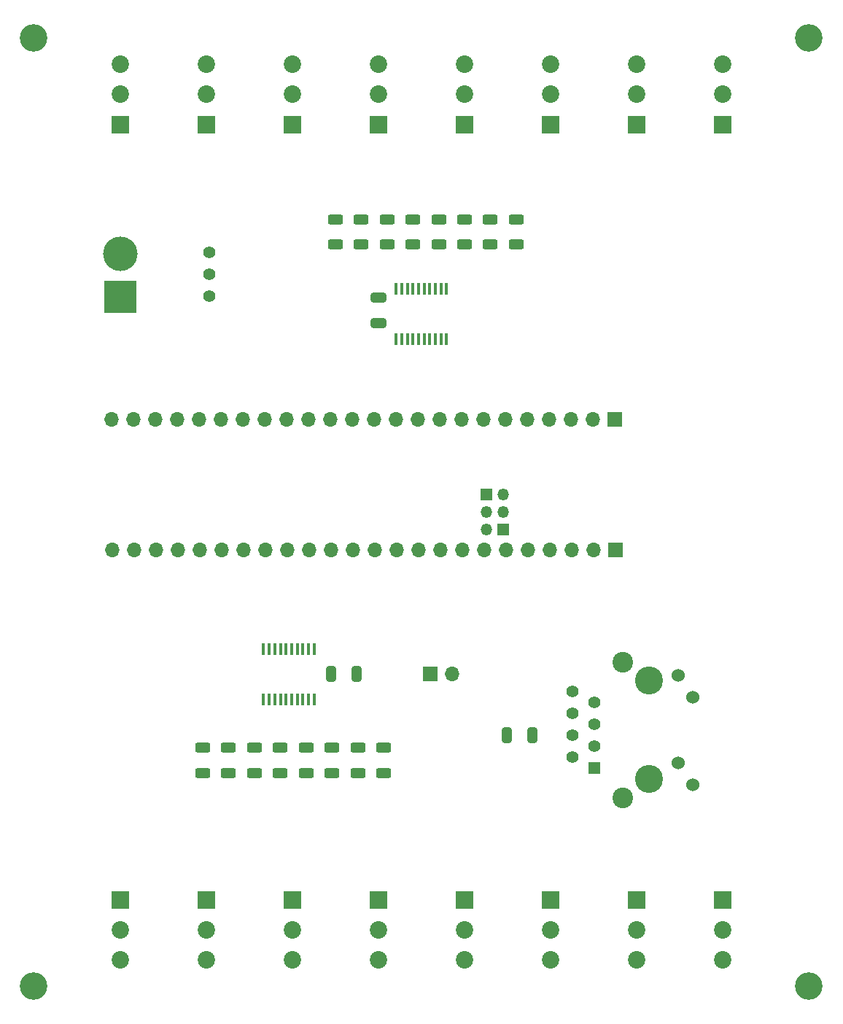
<source format=gbr>
%TF.GenerationSoftware,KiCad,Pcbnew,8.0.2*%
%TF.CreationDate,2024-08-24T20:41:20-05:00*%
%TF.ProjectId,ReceiverBoard,52656365-6976-4657-9242-6f6172642e6b,rev?*%
%TF.SameCoordinates,Original*%
%TF.FileFunction,Soldermask,Top*%
%TF.FilePolarity,Negative*%
%FSLAX46Y46*%
G04 Gerber Fmt 4.6, Leading zero omitted, Abs format (unit mm)*
G04 Created by KiCad (PCBNEW 8.0.2) date 2024-08-24 20:41:20*
%MOMM*%
%LPD*%
G01*
G04 APERTURE LIST*
G04 Aperture macros list*
%AMRoundRect*
0 Rectangle with rounded corners*
0 $1 Rounding radius*
0 $2 $3 $4 $5 $6 $7 $8 $9 X,Y pos of 4 corners*
0 Add a 4 corners polygon primitive as box body*
4,1,4,$2,$3,$4,$5,$6,$7,$8,$9,$2,$3,0*
0 Add four circle primitives for the rounded corners*
1,1,$1+$1,$2,$3*
1,1,$1+$1,$4,$5*
1,1,$1+$1,$6,$7*
1,1,$1+$1,$8,$9*
0 Add four rect primitives between the rounded corners*
20,1,$1+$1,$2,$3,$4,$5,0*
20,1,$1+$1,$4,$5,$6,$7,0*
20,1,$1+$1,$6,$7,$8,$9,0*
20,1,$1+$1,$8,$9,$2,$3,0*%
G04 Aperture macros list end*
%ADD10RoundRect,0.250000X0.625000X-0.312500X0.625000X0.312500X-0.625000X0.312500X-0.625000X-0.312500X0*%
%ADD11C,3.200000*%
%ADD12R,2.025000X2.025000*%
%ADD13C,2.025000*%
%ADD14RoundRect,0.250000X0.325000X0.650000X-0.325000X0.650000X-0.325000X-0.650000X0.325000X-0.650000X0*%
%ADD15RoundRect,0.250000X0.650000X-0.325000X0.650000X0.325000X-0.650000X0.325000X-0.650000X-0.325000X0*%
%ADD16R,1.350000X1.350000*%
%ADD17O,1.350000X1.350000*%
%ADD18R,1.700000X1.700000*%
%ADD19O,1.700000X1.700000*%
%ADD20RoundRect,0.250000X-0.625000X0.312500X-0.625000X-0.312500X0.625000X-0.312500X0.625000X0.312500X0*%
%ADD21R,0.450000X1.475000*%
%ADD22C,1.400000*%
%ADD23R,3.800000X3.800000*%
%ADD24C,4.000000*%
%ADD25C,3.250000*%
%ADD26R,1.400000X1.400000*%
%ADD27C,1.530000*%
%ADD28C,2.400000*%
G04 APERTURE END LIST*
D10*
%TO.C,R6*%
X130000000Y-63962500D03*
X130000000Y-61037500D03*
%TD*%
D11*
%TO.C,H3*%
X80000000Y-150000000D03*
%TD*%
D10*
%TO.C,R1*%
X115000000Y-63962500D03*
X115000000Y-61037500D03*
%TD*%
D12*
%TO.C,J5*%
X160000000Y-50000000D03*
D13*
X160000000Y-46500000D03*
X160000000Y-43000000D03*
%TD*%
D12*
%TO.C,J18*%
X130000000Y-140000000D03*
D13*
X130000000Y-143500000D03*
X130000000Y-147000000D03*
%TD*%
D14*
%TO.C,C2*%
X117475000Y-113800000D03*
X114525000Y-113800000D03*
%TD*%
D15*
%TO.C,C1*%
X120000000Y-73075000D03*
X120000000Y-70125000D03*
%TD*%
D12*
%TO.C,J19*%
X140000000Y-140000000D03*
D13*
X140000000Y-143500000D03*
X140000000Y-147000000D03*
%TD*%
D16*
%TO.C,J4*%
X132500000Y-93000000D03*
D17*
X132500000Y-95000000D03*
X132500000Y-97000000D03*
%TD*%
D18*
%TO.C,JP1*%
X126025000Y-113800000D03*
D19*
X128565000Y-113800000D03*
%TD*%
D12*
%TO.C,J15*%
X100000000Y-140000000D03*
D13*
X100000000Y-143500000D03*
X100000000Y-147000000D03*
%TD*%
D20*
%TO.C,R14*%
X105600000Y-122375000D03*
X105600000Y-125300000D03*
%TD*%
%TO.C,R15*%
X102600000Y-122375000D03*
X102600000Y-125300000D03*
%TD*%
D21*
%TO.C,IC1*%
X122075000Y-74938000D03*
X122725000Y-74938000D03*
X123375000Y-74938000D03*
X124025000Y-74938000D03*
X124675000Y-74938000D03*
X125325000Y-74938000D03*
X125975000Y-74938000D03*
X126625000Y-74938000D03*
X127275000Y-74938000D03*
X127925000Y-74938000D03*
X127925000Y-69062000D03*
X127275000Y-69062000D03*
X126625000Y-69062000D03*
X125975000Y-69062000D03*
X125325000Y-69062000D03*
X124675000Y-69062000D03*
X124025000Y-69062000D03*
X123375000Y-69062000D03*
X122725000Y-69062000D03*
X122075000Y-69062000D03*
%TD*%
D12*
%TO.C,J17*%
X120000000Y-140000000D03*
D13*
X120000000Y-143500000D03*
X120000000Y-147000000D03*
%TD*%
D12*
%TO.C,J11*%
X100000000Y-50000000D03*
D13*
X100000000Y-46500000D03*
X100000000Y-43000000D03*
%TD*%
D12*
%TO.C,J6*%
X150000000Y-50000000D03*
D13*
X150000000Y-46500000D03*
X150000000Y-43000000D03*
%TD*%
D11*
%TO.C,H2*%
X170000000Y-40000000D03*
%TD*%
D20*
%TO.C,R11*%
X114600000Y-122375000D03*
X114600000Y-125300000D03*
%TD*%
D12*
%TO.C,J16*%
X110000000Y-140000000D03*
D13*
X110000000Y-143500000D03*
X110000000Y-147000000D03*
%TD*%
D16*
%TO.C,J3*%
X134500000Y-97000000D03*
D17*
X134500000Y-95000000D03*
X134500000Y-93000000D03*
%TD*%
D10*
%TO.C,R2*%
X118000000Y-63962500D03*
X118000000Y-61037500D03*
%TD*%
D22*
%TO.C,PS1*%
X100375000Y-64870000D03*
X100375000Y-67410000D03*
X100375000Y-69950000D03*
%TD*%
D21*
%TO.C,IC2*%
X112525000Y-110899500D03*
X111875000Y-110899500D03*
X111225000Y-110899500D03*
X110575000Y-110899500D03*
X109925000Y-110899500D03*
X109275000Y-110899500D03*
X108625000Y-110899500D03*
X107975000Y-110899500D03*
X107325000Y-110899500D03*
X106675000Y-110899500D03*
X106675000Y-116775500D03*
X107325000Y-116775500D03*
X107975000Y-116775500D03*
X108625000Y-116775500D03*
X109275000Y-116775500D03*
X109925000Y-116775500D03*
X110575000Y-116775500D03*
X111225000Y-116775500D03*
X111875000Y-116775500D03*
X112525000Y-116775500D03*
%TD*%
D20*
%TO.C,R9*%
X120600000Y-122375000D03*
X120600000Y-125300000D03*
%TD*%
D18*
%TO.C,J1*%
X147465000Y-84200000D03*
D19*
X144925000Y-84200000D03*
X142385000Y-84200000D03*
X139845000Y-84200000D03*
X137305000Y-84200000D03*
X134765000Y-84200000D03*
X132225000Y-84200000D03*
X129685000Y-84200000D03*
X127145000Y-84200000D03*
X124605000Y-84200000D03*
X122065000Y-84200000D03*
X119525000Y-84200000D03*
X116985000Y-84200000D03*
X114445000Y-84200000D03*
X111905000Y-84200000D03*
X109365000Y-84200000D03*
X106825000Y-84200000D03*
X104285000Y-84200000D03*
X101745000Y-84200000D03*
X99205000Y-84200000D03*
X96665000Y-84200000D03*
X94125000Y-84200000D03*
X91585000Y-84200000D03*
X89045000Y-84200000D03*
%TD*%
D23*
%TO.C,J13*%
X90000000Y-70000000D03*
D24*
X90000000Y-65000000D03*
%TD*%
D14*
%TO.C,C3*%
X137875000Y-120900000D03*
X134925000Y-120900000D03*
%TD*%
D11*
%TO.C,H4*%
X170000000Y-150000000D03*
%TD*%
%TO.C,H1*%
X80000000Y-40000000D03*
%TD*%
D20*
%TO.C,R13*%
X108600000Y-122375000D03*
X108600000Y-125300000D03*
%TD*%
D10*
%TO.C,R5*%
X127000000Y-63962500D03*
X127000000Y-61037500D03*
%TD*%
D18*
%TO.C,J2*%
X147500000Y-99400000D03*
D19*
X144960000Y-99400000D03*
X142420000Y-99400000D03*
X139880000Y-99400000D03*
X137340000Y-99400000D03*
X134800000Y-99400000D03*
X132260000Y-99400000D03*
X129720000Y-99400000D03*
X127180000Y-99400000D03*
X124640000Y-99400000D03*
X122100000Y-99400000D03*
X119560000Y-99400000D03*
X117020000Y-99400000D03*
X114480000Y-99400000D03*
X111940000Y-99400000D03*
X109400000Y-99400000D03*
X106860000Y-99400000D03*
X104320000Y-99400000D03*
X101780000Y-99400000D03*
X99240000Y-99400000D03*
X96700000Y-99400000D03*
X94160000Y-99400000D03*
X91620000Y-99400000D03*
X89080000Y-99400000D03*
%TD*%
D25*
%TO.C,J22*%
X151400000Y-126015000D03*
X151400000Y-114585000D03*
D26*
X145050000Y-124745000D03*
D22*
X142510000Y-123475000D03*
X145050000Y-122205000D03*
X142510000Y-120935000D03*
X145050000Y-119665000D03*
X142510000Y-118395000D03*
X145050000Y-117125000D03*
X142510000Y-115855000D03*
D27*
X156480000Y-126625000D03*
X154780000Y-124085000D03*
X156480000Y-116515000D03*
X154780000Y-113975000D03*
D28*
X148350000Y-128175000D03*
X148350000Y-112425000D03*
%TD*%
D12*
%TO.C,J10*%
X110000000Y-50000000D03*
D13*
X110000000Y-46500000D03*
X110000000Y-43000000D03*
%TD*%
D10*
%TO.C,R8*%
X136000000Y-63962500D03*
X136000000Y-61037500D03*
%TD*%
D12*
%TO.C,J7*%
X140000000Y-50000000D03*
D13*
X140000000Y-46500000D03*
X140000000Y-43000000D03*
%TD*%
D20*
%TO.C,R16*%
X99600000Y-122375000D03*
X99600000Y-125300000D03*
%TD*%
D10*
%TO.C,R7*%
X133000000Y-63962500D03*
X133000000Y-61037500D03*
%TD*%
D12*
%TO.C,J14*%
X90000000Y-140000000D03*
D13*
X90000000Y-143500000D03*
X90000000Y-147000000D03*
%TD*%
D20*
%TO.C,R12*%
X111600000Y-122375000D03*
X111600000Y-125300000D03*
%TD*%
D10*
%TO.C,R4*%
X124000000Y-63962500D03*
X124000000Y-61037500D03*
%TD*%
D12*
%TO.C,J20*%
X150000000Y-140000000D03*
D13*
X150000000Y-143500000D03*
X150000000Y-147000000D03*
%TD*%
D12*
%TO.C,J12*%
X90000000Y-50000000D03*
D13*
X90000000Y-46500000D03*
X90000000Y-43000000D03*
%TD*%
D12*
%TO.C,J21*%
X160000000Y-140000000D03*
D13*
X160000000Y-143500000D03*
X160000000Y-147000000D03*
%TD*%
D10*
%TO.C,R3*%
X121000000Y-63962500D03*
X121000000Y-61037500D03*
%TD*%
D20*
%TO.C,R10*%
X117600000Y-122375000D03*
X117600000Y-125300000D03*
%TD*%
D12*
%TO.C,J9*%
X120000000Y-50000000D03*
D13*
X120000000Y-46500000D03*
X120000000Y-43000000D03*
%TD*%
D12*
%TO.C,J8*%
X130000000Y-50000000D03*
D13*
X130000000Y-46500000D03*
X130000000Y-43000000D03*
%TD*%
M02*

</source>
